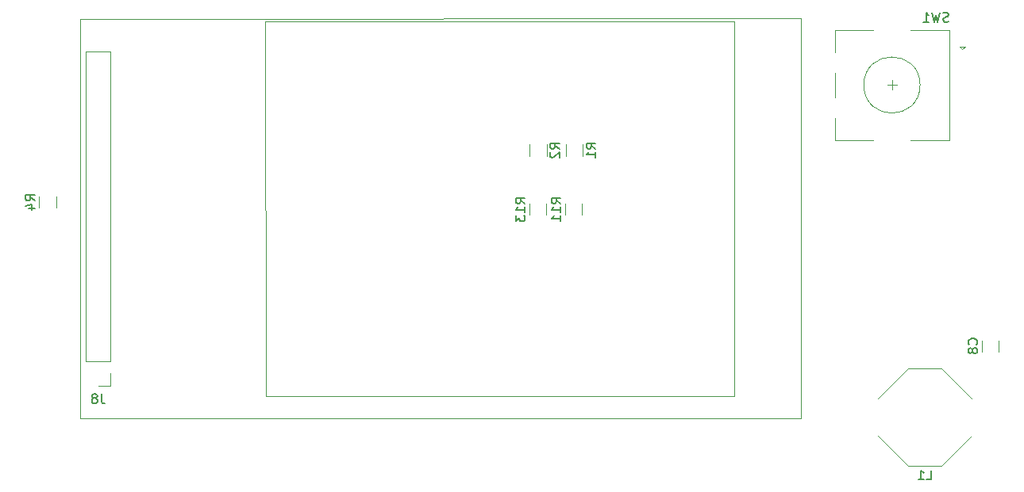
<source format=gbr>
G04 #@! TF.GenerationSoftware,KiCad,Pcbnew,(5.1.8)-1*
G04 #@! TF.CreationDate,2021-01-05T15:25:35+01:00*
G04 #@! TF.ProjectId,vfo-pcb,76666f2d-7063-4622-9e6b-696361645f70,rev?*
G04 #@! TF.SameCoordinates,Original*
G04 #@! TF.FileFunction,Legend,Bot*
G04 #@! TF.FilePolarity,Positive*
%FSLAX46Y46*%
G04 Gerber Fmt 4.6, Leading zero omitted, Abs format (unit mm)*
G04 Created by KiCad (PCBNEW (5.1.8)-1) date 2021-01-05 15:25:35*
%MOMM*%
%LPD*%
G01*
G04 APERTURE LIST*
%ADD10C,0.120000*%
%ADD11C,0.150000*%
G04 APERTURE END LIST*
D10*
X69997320Y-65669160D02*
X120035320Y-65659000D01*
X70025260Y-105669080D02*
X69997320Y-65669160D01*
X120025160Y-105681780D02*
X70025260Y-105669080D01*
X120025160Y-105674160D02*
X120032780Y-65660880D01*
X50233580Y-108064300D02*
X50251360Y-65374520D01*
X127106680Y-108036360D02*
X50228500Y-108059220D01*
X127126720Y-65318640D02*
X127106400Y-108036360D01*
X50251360Y-65374520D02*
X127124460Y-65318640D01*
X99970000Y-85122936D02*
X99970000Y-86327064D01*
X98150000Y-85122936D02*
X98150000Y-86327064D01*
X148230000Y-99727936D02*
X148230000Y-100932064D01*
X146410000Y-99727936D02*
X146410000Y-100932064D01*
X138535000Y-113150000D02*
X135335000Y-109950000D01*
X138535000Y-113150000D02*
X142135000Y-113150000D01*
X138535000Y-102750000D02*
X135335000Y-105950000D01*
X142135000Y-102750000D02*
X138535000Y-102750000D01*
X142135000Y-102750000D02*
X145335000Y-105950000D01*
X142135000Y-113150000D02*
X145335000Y-109950000D01*
X52161440Y-104565760D02*
X53491440Y-104565760D01*
X53491440Y-104565760D02*
X53491440Y-103235760D01*
X53491440Y-101965760D02*
X53491440Y-68885760D01*
X50831440Y-68885760D02*
X53491440Y-68885760D01*
X50831440Y-101965760D02*
X50831440Y-68885760D01*
X50831440Y-101965760D02*
X53491440Y-101965760D01*
X137327880Y-72436360D02*
X136327880Y-72436360D01*
X136827880Y-71936360D02*
X136827880Y-72936360D01*
X130727880Y-75936360D02*
X130727880Y-78336360D01*
X130727880Y-71136360D02*
X130727880Y-73736360D01*
X130727880Y-66536360D02*
X130727880Y-68936360D01*
X144027880Y-68336360D02*
X144327880Y-68636360D01*
X144627880Y-68336360D02*
X144027880Y-68336360D01*
X144327880Y-68636360D02*
X144627880Y-68336360D01*
X142927880Y-66536360D02*
X142927880Y-78336360D01*
X138827880Y-66536360D02*
X142927880Y-66536360D01*
X138827880Y-78336360D02*
X142927880Y-78336360D01*
X130727880Y-78336360D02*
X134827880Y-78336360D01*
X134827880Y-66536360D02*
X130727880Y-66536360D01*
X139827880Y-72436360D02*
G75*
G03*
X139827880Y-72436360I-3000000J0D01*
G01*
X101960000Y-85122936D02*
X101960000Y-86327064D01*
X103780000Y-85122936D02*
X103780000Y-86327064D01*
X45871720Y-84350776D02*
X45871720Y-85554904D01*
X47691720Y-84350776D02*
X47691720Y-85554904D01*
X103866360Y-80002464D02*
X103866360Y-78798336D01*
X102046360Y-80002464D02*
X102046360Y-78798336D01*
X98175400Y-80002464D02*
X98175400Y-78798336D01*
X99995400Y-80002464D02*
X99995400Y-78798336D01*
D11*
X97692380Y-85082142D02*
X97216190Y-84748809D01*
X97692380Y-84510714D02*
X96692380Y-84510714D01*
X96692380Y-84891666D01*
X96740000Y-84986904D01*
X96787619Y-85034523D01*
X96882857Y-85082142D01*
X97025714Y-85082142D01*
X97120952Y-85034523D01*
X97168571Y-84986904D01*
X97216190Y-84891666D01*
X97216190Y-84510714D01*
X97692380Y-86034523D02*
X97692380Y-85463095D01*
X97692380Y-85748809D02*
X96692380Y-85748809D01*
X96835238Y-85653571D01*
X96930476Y-85558333D01*
X96978095Y-85463095D01*
X96692380Y-86367857D02*
X96692380Y-86986904D01*
X97073333Y-86653571D01*
X97073333Y-86796428D01*
X97120952Y-86891666D01*
X97168571Y-86939285D01*
X97263809Y-86986904D01*
X97501904Y-86986904D01*
X97597142Y-86939285D01*
X97644761Y-86891666D01*
X97692380Y-86796428D01*
X97692380Y-86510714D01*
X97644761Y-86415476D01*
X97597142Y-86367857D01*
X145857142Y-100163333D02*
X145904761Y-100115714D01*
X145952380Y-99972857D01*
X145952380Y-99877619D01*
X145904761Y-99734761D01*
X145809523Y-99639523D01*
X145714285Y-99591904D01*
X145523809Y-99544285D01*
X145380952Y-99544285D01*
X145190476Y-99591904D01*
X145095238Y-99639523D01*
X145000000Y-99734761D01*
X144952380Y-99877619D01*
X144952380Y-99972857D01*
X145000000Y-100115714D01*
X145047619Y-100163333D01*
X145380952Y-100734761D02*
X145333333Y-100639523D01*
X145285714Y-100591904D01*
X145190476Y-100544285D01*
X145142857Y-100544285D01*
X145047619Y-100591904D01*
X145000000Y-100639523D01*
X144952380Y-100734761D01*
X144952380Y-100925238D01*
X145000000Y-101020476D01*
X145047619Y-101068095D01*
X145142857Y-101115714D01*
X145190476Y-101115714D01*
X145285714Y-101068095D01*
X145333333Y-101020476D01*
X145380952Y-100925238D01*
X145380952Y-100734761D01*
X145428571Y-100639523D01*
X145476190Y-100591904D01*
X145571428Y-100544285D01*
X145761904Y-100544285D01*
X145857142Y-100591904D01*
X145904761Y-100639523D01*
X145952380Y-100734761D01*
X145952380Y-100925238D01*
X145904761Y-101020476D01*
X145857142Y-101068095D01*
X145761904Y-101115714D01*
X145571428Y-101115714D01*
X145476190Y-101068095D01*
X145428571Y-101020476D01*
X145380952Y-100925238D01*
X140501666Y-114602380D02*
X140977857Y-114602380D01*
X140977857Y-113602380D01*
X139644523Y-114602380D02*
X140215952Y-114602380D01*
X139930238Y-114602380D02*
X139930238Y-113602380D01*
X140025476Y-113745238D01*
X140120714Y-113840476D01*
X140215952Y-113888095D01*
X52494773Y-105458140D02*
X52494773Y-106172426D01*
X52542392Y-106315283D01*
X52637630Y-106410521D01*
X52780487Y-106458140D01*
X52875725Y-106458140D01*
X51875725Y-105886712D02*
X51970963Y-105839093D01*
X52018582Y-105791474D01*
X52066201Y-105696236D01*
X52066201Y-105648617D01*
X52018582Y-105553379D01*
X51970963Y-105505760D01*
X51875725Y-105458140D01*
X51685249Y-105458140D01*
X51590011Y-105505760D01*
X51542392Y-105553379D01*
X51494773Y-105648617D01*
X51494773Y-105696236D01*
X51542392Y-105791474D01*
X51590011Y-105839093D01*
X51685249Y-105886712D01*
X51875725Y-105886712D01*
X51970963Y-105934331D01*
X52018582Y-105981950D01*
X52066201Y-106077188D01*
X52066201Y-106267664D01*
X52018582Y-106362902D01*
X51970963Y-106410521D01*
X51875725Y-106458140D01*
X51685249Y-106458140D01*
X51590011Y-106410521D01*
X51542392Y-106362902D01*
X51494773Y-106267664D01*
X51494773Y-106077188D01*
X51542392Y-105981950D01*
X51590011Y-105934331D01*
X51685249Y-105886712D01*
X142861213Y-65641121D02*
X142718356Y-65688740D01*
X142480260Y-65688740D01*
X142385022Y-65641121D01*
X142337403Y-65593502D01*
X142289784Y-65498264D01*
X142289784Y-65403026D01*
X142337403Y-65307788D01*
X142385022Y-65260169D01*
X142480260Y-65212550D01*
X142670737Y-65164931D01*
X142765975Y-65117312D01*
X142813594Y-65069693D01*
X142861213Y-64974455D01*
X142861213Y-64879217D01*
X142813594Y-64783979D01*
X142765975Y-64736360D01*
X142670737Y-64688740D01*
X142432641Y-64688740D01*
X142289784Y-64736360D01*
X141956451Y-64688740D02*
X141718356Y-65688740D01*
X141527880Y-64974455D01*
X141337403Y-65688740D01*
X141099308Y-64688740D01*
X140194546Y-65688740D02*
X140765975Y-65688740D01*
X140480260Y-65688740D02*
X140480260Y-64688740D01*
X140575499Y-64831598D01*
X140670737Y-64926836D01*
X140765975Y-64974455D01*
X101502380Y-85082142D02*
X101026190Y-84748809D01*
X101502380Y-84510714D02*
X100502380Y-84510714D01*
X100502380Y-84891666D01*
X100550000Y-84986904D01*
X100597619Y-85034523D01*
X100692857Y-85082142D01*
X100835714Y-85082142D01*
X100930952Y-85034523D01*
X100978571Y-84986904D01*
X101026190Y-84891666D01*
X101026190Y-84510714D01*
X101502380Y-86034523D02*
X101502380Y-85463095D01*
X101502380Y-85748809D02*
X100502380Y-85748809D01*
X100645238Y-85653571D01*
X100740476Y-85558333D01*
X100788095Y-85463095D01*
X101502380Y-86986904D02*
X101502380Y-86415476D01*
X101502380Y-86701190D02*
X100502380Y-86701190D01*
X100645238Y-86605952D01*
X100740476Y-86510714D01*
X100788095Y-86415476D01*
X45414100Y-84786173D02*
X44937910Y-84452840D01*
X45414100Y-84214744D02*
X44414100Y-84214744D01*
X44414100Y-84595697D01*
X44461720Y-84690935D01*
X44509339Y-84738554D01*
X44604577Y-84786173D01*
X44747434Y-84786173D01*
X44842672Y-84738554D01*
X44890291Y-84690935D01*
X44937910Y-84595697D01*
X44937910Y-84214744D01*
X44747434Y-85643316D02*
X45414100Y-85643316D01*
X44366481Y-85405220D02*
X45080767Y-85167125D01*
X45080767Y-85786173D01*
X105228740Y-79233733D02*
X104752550Y-78900400D01*
X105228740Y-78662304D02*
X104228740Y-78662304D01*
X104228740Y-79043257D01*
X104276360Y-79138495D01*
X104323979Y-79186114D01*
X104419217Y-79233733D01*
X104562074Y-79233733D01*
X104657312Y-79186114D01*
X104704931Y-79138495D01*
X104752550Y-79043257D01*
X104752550Y-78662304D01*
X105228740Y-80186114D02*
X105228740Y-79614685D01*
X105228740Y-79900400D02*
X104228740Y-79900400D01*
X104371598Y-79805161D01*
X104466836Y-79709923D01*
X104514455Y-79614685D01*
X101357780Y-79233733D02*
X100881590Y-78900400D01*
X101357780Y-78662304D02*
X100357780Y-78662304D01*
X100357780Y-79043257D01*
X100405400Y-79138495D01*
X100453019Y-79186114D01*
X100548257Y-79233733D01*
X100691114Y-79233733D01*
X100786352Y-79186114D01*
X100833971Y-79138495D01*
X100881590Y-79043257D01*
X100881590Y-78662304D01*
X100453019Y-79614685D02*
X100405400Y-79662304D01*
X100357780Y-79757542D01*
X100357780Y-79995638D01*
X100405400Y-80090876D01*
X100453019Y-80138495D01*
X100548257Y-80186114D01*
X100643495Y-80186114D01*
X100786352Y-80138495D01*
X101357780Y-79567066D01*
X101357780Y-80186114D01*
M02*

</source>
